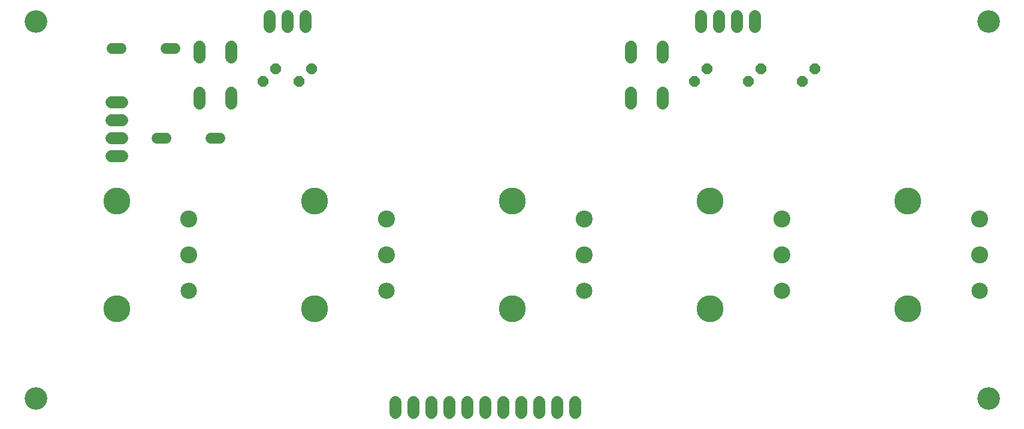
<source format=gbs>
G75*
G70*
%OFA0B0*%
%FSLAX24Y24*%
%IPPOS*%
%LPD*%
%AMOC8*
5,1,8,0,0,1.08239X$1,22.5*
%
%ADD10C,0.0680*%
%ADD11C,0.0120*%
%ADD12C,0.0600*%
%ADD13C,0.1261*%
%ADD14C,0.1497*%
%ADD15C,0.0907*%
%ADD16C,0.0946*%
D10*
X022857Y002057D02*
X022857Y002657D01*
X023857Y002657D02*
X023857Y002057D01*
X024857Y002057D02*
X024857Y002657D01*
X025857Y002657D02*
X025857Y002057D01*
X026857Y002057D02*
X026857Y002657D01*
X027857Y002657D02*
X027857Y002057D01*
X028857Y002057D02*
X028857Y002657D01*
X029857Y002657D02*
X029857Y002057D01*
X030857Y002057D02*
X030857Y002657D01*
X031857Y002657D02*
X031857Y002057D01*
X032857Y002057D02*
X032857Y002657D01*
X007657Y016357D02*
X007057Y016357D01*
X007057Y017357D02*
X007657Y017357D01*
X007657Y018357D02*
X007057Y018357D01*
X007057Y019357D02*
X007657Y019357D01*
X011967Y019277D02*
X011967Y019877D01*
X013747Y019877D02*
X013747Y019277D01*
X013747Y021837D02*
X013747Y022437D01*
X011967Y022437D02*
X011967Y021837D01*
X015857Y023557D02*
X015857Y024157D01*
X016857Y024157D02*
X016857Y023557D01*
X017857Y023557D02*
X017857Y024157D01*
X035967Y022437D02*
X035967Y021837D01*
X037747Y021837D02*
X037747Y022437D01*
X039857Y023557D02*
X039857Y024157D01*
X040857Y024157D02*
X040857Y023557D01*
X041857Y023557D02*
X041857Y024157D01*
X042857Y024157D02*
X042857Y023557D01*
X037747Y019877D02*
X037747Y019277D01*
X035967Y019277D02*
X035967Y019877D01*
D11*
X039324Y020464D02*
X039264Y020404D01*
X039264Y020602D01*
X039404Y020742D01*
X039602Y020742D01*
X039742Y020602D01*
X039742Y020404D01*
X039602Y020264D01*
X039404Y020264D01*
X039264Y020404D01*
X039354Y020441D01*
X039354Y020565D01*
X039441Y020652D01*
X039565Y020652D01*
X039652Y020565D01*
X039652Y020441D01*
X039565Y020354D01*
X039441Y020354D01*
X039354Y020441D01*
X039444Y020478D01*
X039444Y020528D01*
X039478Y020562D01*
X039528Y020562D01*
X039562Y020528D01*
X039562Y020478D01*
X039528Y020444D01*
X039478Y020444D01*
X039444Y020478D01*
X040031Y021171D02*
X039971Y021111D01*
X039971Y021309D01*
X040111Y021449D01*
X040309Y021449D01*
X040449Y021309D01*
X040449Y021111D01*
X040309Y020971D01*
X040111Y020971D01*
X039971Y021111D01*
X040061Y021148D01*
X040061Y021272D01*
X040148Y021359D01*
X040272Y021359D01*
X040359Y021272D01*
X040359Y021148D01*
X040272Y021061D01*
X040148Y021061D01*
X040061Y021148D01*
X040151Y021185D01*
X040151Y021235D01*
X040185Y021269D01*
X040235Y021269D01*
X040269Y021235D01*
X040269Y021185D01*
X040235Y021151D01*
X040185Y021151D01*
X040151Y021185D01*
X042324Y020464D02*
X042264Y020404D01*
X042264Y020602D01*
X042404Y020742D01*
X042602Y020742D01*
X042742Y020602D01*
X042742Y020404D01*
X042602Y020264D01*
X042404Y020264D01*
X042264Y020404D01*
X042354Y020441D01*
X042354Y020565D01*
X042441Y020652D01*
X042565Y020652D01*
X042652Y020565D01*
X042652Y020441D01*
X042565Y020354D01*
X042441Y020354D01*
X042354Y020441D01*
X042444Y020478D01*
X042444Y020528D01*
X042478Y020562D01*
X042528Y020562D01*
X042562Y020528D01*
X042562Y020478D01*
X042528Y020444D01*
X042478Y020444D01*
X042444Y020478D01*
X043031Y021171D02*
X042971Y021111D01*
X042971Y021309D01*
X043111Y021449D01*
X043309Y021449D01*
X043449Y021309D01*
X043449Y021111D01*
X043309Y020971D01*
X043111Y020971D01*
X042971Y021111D01*
X043061Y021148D01*
X043061Y021272D01*
X043148Y021359D01*
X043272Y021359D01*
X043359Y021272D01*
X043359Y021148D01*
X043272Y021061D01*
X043148Y021061D01*
X043061Y021148D01*
X043151Y021185D01*
X043151Y021235D01*
X043185Y021269D01*
X043235Y021269D01*
X043269Y021235D01*
X043269Y021185D01*
X043235Y021151D01*
X043185Y021151D01*
X043151Y021185D01*
X045324Y020464D02*
X045264Y020404D01*
X045264Y020602D01*
X045404Y020742D01*
X045602Y020742D01*
X045742Y020602D01*
X045742Y020404D01*
X045602Y020264D01*
X045404Y020264D01*
X045264Y020404D01*
X045354Y020441D01*
X045354Y020565D01*
X045441Y020652D01*
X045565Y020652D01*
X045652Y020565D01*
X045652Y020441D01*
X045565Y020354D01*
X045441Y020354D01*
X045354Y020441D01*
X045444Y020478D01*
X045444Y020528D01*
X045478Y020562D01*
X045528Y020562D01*
X045562Y020528D01*
X045562Y020478D01*
X045528Y020444D01*
X045478Y020444D01*
X045444Y020478D01*
X046031Y021171D02*
X045971Y021111D01*
X045971Y021309D01*
X046111Y021449D01*
X046309Y021449D01*
X046449Y021309D01*
X046449Y021111D01*
X046309Y020971D01*
X046111Y020971D01*
X045971Y021111D01*
X046061Y021148D01*
X046061Y021272D01*
X046148Y021359D01*
X046272Y021359D01*
X046359Y021272D01*
X046359Y021148D01*
X046272Y021061D01*
X046148Y021061D01*
X046061Y021148D01*
X046151Y021185D01*
X046151Y021235D01*
X046185Y021269D01*
X046235Y021269D01*
X046269Y021235D01*
X046269Y021185D01*
X046235Y021151D01*
X046185Y021151D01*
X046151Y021185D01*
X018031Y021171D02*
X017971Y021111D01*
X017971Y021309D01*
X018111Y021449D01*
X018309Y021449D01*
X018449Y021309D01*
X018449Y021111D01*
X018309Y020971D01*
X018111Y020971D01*
X017971Y021111D01*
X018061Y021148D01*
X018061Y021272D01*
X018148Y021359D01*
X018272Y021359D01*
X018359Y021272D01*
X018359Y021148D01*
X018272Y021061D01*
X018148Y021061D01*
X018061Y021148D01*
X018151Y021185D01*
X018151Y021235D01*
X018185Y021269D01*
X018235Y021269D01*
X018269Y021235D01*
X018269Y021185D01*
X018235Y021151D01*
X018185Y021151D01*
X018151Y021185D01*
X017324Y020464D02*
X017264Y020404D01*
X017264Y020602D01*
X017404Y020742D01*
X017602Y020742D01*
X017742Y020602D01*
X017742Y020404D01*
X017602Y020264D01*
X017404Y020264D01*
X017264Y020404D01*
X017354Y020441D01*
X017354Y020565D01*
X017441Y020652D01*
X017565Y020652D01*
X017652Y020565D01*
X017652Y020441D01*
X017565Y020354D01*
X017441Y020354D01*
X017354Y020441D01*
X017444Y020478D01*
X017444Y020528D01*
X017478Y020562D01*
X017528Y020562D01*
X017562Y020528D01*
X017562Y020478D01*
X017528Y020444D01*
X017478Y020444D01*
X017444Y020478D01*
X016031Y021171D02*
X015971Y021111D01*
X015971Y021309D01*
X016111Y021449D01*
X016309Y021449D01*
X016449Y021309D01*
X016449Y021111D01*
X016309Y020971D01*
X016111Y020971D01*
X015971Y021111D01*
X016061Y021148D01*
X016061Y021272D01*
X016148Y021359D01*
X016272Y021359D01*
X016359Y021272D01*
X016359Y021148D01*
X016272Y021061D01*
X016148Y021061D01*
X016061Y021148D01*
X016151Y021185D01*
X016151Y021235D01*
X016185Y021269D01*
X016235Y021269D01*
X016269Y021235D01*
X016269Y021185D01*
X016235Y021151D01*
X016185Y021151D01*
X016151Y021185D01*
X015324Y020464D02*
X015264Y020404D01*
X015264Y020602D01*
X015404Y020742D01*
X015602Y020742D01*
X015742Y020602D01*
X015742Y020404D01*
X015602Y020264D01*
X015404Y020264D01*
X015264Y020404D01*
X015354Y020441D01*
X015354Y020565D01*
X015441Y020652D01*
X015565Y020652D01*
X015652Y020565D01*
X015652Y020441D01*
X015565Y020354D01*
X015441Y020354D01*
X015354Y020441D01*
X015444Y020478D01*
X015444Y020528D01*
X015478Y020562D01*
X015528Y020562D01*
X015562Y020528D01*
X015562Y020478D01*
X015528Y020444D01*
X015478Y020444D01*
X015444Y020478D01*
D12*
X010617Y022357D02*
X010097Y022357D01*
X007617Y022357D02*
X007097Y022357D01*
X009597Y017357D02*
X010117Y017357D01*
X012597Y017357D02*
X013117Y017357D01*
D13*
X002857Y002857D03*
X002857Y023857D03*
X055857Y023857D03*
X055857Y002857D03*
D14*
X051357Y007857D03*
X040357Y007857D03*
X029357Y007857D03*
X018357Y007857D03*
X007357Y007857D03*
X007357Y013857D03*
X018357Y013857D03*
X029357Y013857D03*
X040357Y013857D03*
X051357Y013857D03*
D15*
X055357Y008857D03*
X044357Y008857D03*
X033357Y008857D03*
X022357Y008857D03*
X011357Y008857D03*
D16*
X011357Y010857D03*
X011357Y012857D03*
X022357Y012857D03*
X022357Y010857D03*
X033357Y010857D03*
X033357Y012857D03*
X044357Y012857D03*
X044357Y010857D03*
X055357Y010857D03*
X055357Y012857D03*
M02*

</source>
